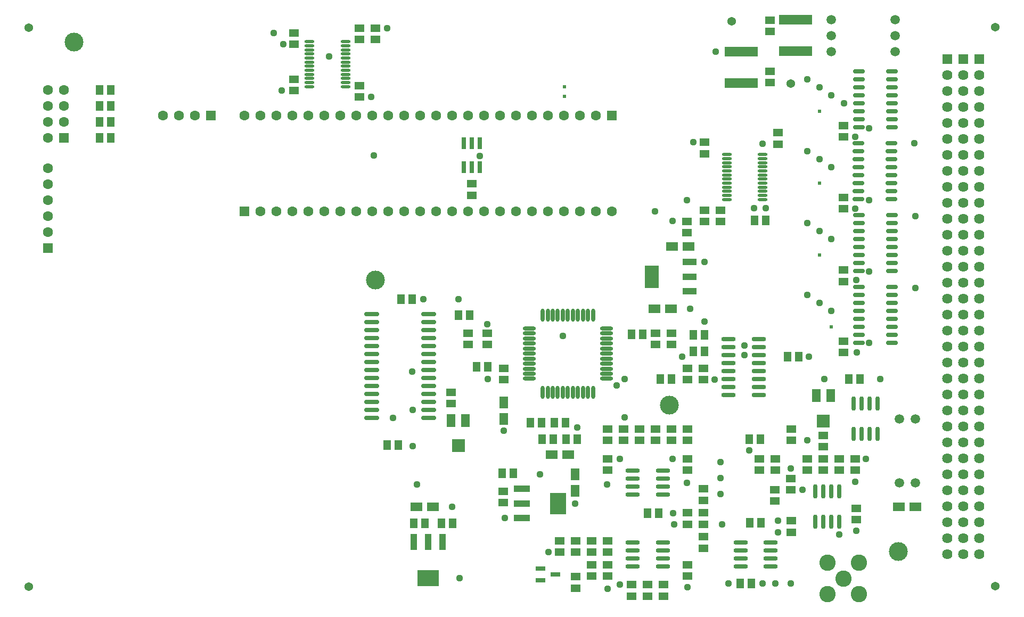
<source format=gts>
G04 Layer_Color=8388736*
%FSLAX25Y25*%
%MOIN*%
G70*
G01*
G75*
%ADD70C,0.11811*%
%ADD71R,0.05518X0.08274*%
%ADD72R,0.08274X0.08274*%
%ADD73R,0.20872X0.05912*%
%ADD74R,0.06187X0.04967*%
%ADD75R,0.07487X0.05715*%
%ADD76O,0.02762X0.09061*%
%ADD77R,0.04967X0.06187*%
%ADD78O,0.09061X0.02762*%
%ADD79R,0.06109X0.02762*%
%ADD80R,0.04337X0.09849*%
%ADD81R,0.13392X0.09849*%
%ADD82R,0.05715X0.07487*%
%ADD83R,0.09061X0.04337*%
%ADD84R,0.09061X0.14179*%
%ADD85O,0.07487X0.02762*%
%ADD86O,0.06305X0.01778*%
%ADD87O,0.09455X0.02762*%
%ADD88O,0.02565X0.08077*%
%ADD89O,0.08077X0.02565*%
%ADD90R,0.02959X0.07487*%
%ADD91C,0.02400*%
%ADD92R,0.09849X0.04337*%
%ADD93R,0.09849X0.13392*%
%ADD94R,0.06305X0.06305*%
%ADD95C,0.06305*%
%ADD96C,0.05912*%
%ADD97C,0.10243*%
%ADD98R,0.06305X0.06305*%
%ADD99C,0.05400*%
%ADD100C,0.06400*%
%ADD101R,0.06400X0.06400*%
%ADD102C,0.04400*%
D70*
X556500Y41900D02*
D03*
X413200Y133400D02*
D03*
X228900Y211700D02*
D03*
X40500Y360800D02*
D03*
D71*
X504972Y139374D02*
D03*
X514028D02*
D03*
X276445Y124000D02*
D03*
X285500D02*
D03*
D72*
X509500Y123626D02*
D03*
X280972Y108252D02*
D03*
D73*
X492000Y374843D02*
D03*
Y355157D02*
D03*
X458000Y354842D02*
D03*
Y335157D02*
D03*
D74*
X476000Y374504D02*
D03*
Y367496D02*
D03*
X529500Y100000D02*
D03*
Y92992D02*
D03*
X509500Y107496D02*
D03*
Y114504D02*
D03*
X519500Y92992D02*
D03*
Y100000D02*
D03*
X509500Y92992D02*
D03*
Y100000D02*
D03*
X499500Y92992D02*
D03*
Y100000D02*
D03*
X479500Y92992D02*
D03*
Y100000D02*
D03*
X469500Y92992D02*
D03*
Y100000D02*
D03*
X489000Y80496D02*
D03*
Y87504D02*
D03*
X479000Y73496D02*
D03*
Y80504D02*
D03*
X434500Y58996D02*
D03*
Y66004D02*
D03*
Y51004D02*
D03*
Y43996D02*
D03*
X424500Y33504D02*
D03*
Y26496D02*
D03*
X389500Y13996D02*
D03*
Y21004D02*
D03*
X399500Y13996D02*
D03*
Y21004D02*
D03*
X409500Y13996D02*
D03*
Y21004D02*
D03*
X374500Y26496D02*
D03*
Y33504D02*
D03*
X364500D02*
D03*
Y26496D02*
D03*
X354500Y26004D02*
D03*
Y18996D02*
D03*
X287000Y171496D02*
D03*
Y178504D02*
D03*
X298890Y171496D02*
D03*
Y178504D02*
D03*
X374500Y118504D02*
D03*
Y111496D02*
D03*
X384500D02*
D03*
Y118504D02*
D03*
X394500Y111496D02*
D03*
Y118504D02*
D03*
X404500Y111496D02*
D03*
Y118504D02*
D03*
X414500D02*
D03*
Y111496D02*
D03*
X424500Y111496D02*
D03*
Y118504D02*
D03*
Y92992D02*
D03*
Y100000D02*
D03*
X374500Y100000D02*
D03*
Y92992D02*
D03*
X414500Y171496D02*
D03*
Y178504D02*
D03*
X404500Y171496D02*
D03*
Y178504D02*
D03*
X434500Y149390D02*
D03*
Y156398D02*
D03*
X424500Y149390D02*
D03*
Y156398D02*
D03*
X522000Y173504D02*
D03*
Y166496D02*
D03*
X435000Y255504D02*
D03*
Y248496D02*
D03*
X424000Y241496D02*
D03*
Y248504D02*
D03*
X229000Y362496D02*
D03*
Y369504D02*
D03*
X219000Y362496D02*
D03*
Y369504D02*
D03*
Y333504D02*
D03*
Y326496D02*
D03*
X424500Y58996D02*
D03*
Y66004D02*
D03*
X489500Y53996D02*
D03*
Y61004D02*
D03*
X530000Y69000D02*
D03*
Y61992D02*
D03*
X476000Y342504D02*
D03*
Y335496D02*
D03*
X178000Y366504D02*
D03*
Y359496D02*
D03*
X445000Y255504D02*
D03*
Y248496D02*
D03*
X309500Y149390D02*
D03*
Y156398D02*
D03*
X481000Y297000D02*
D03*
Y304008D02*
D03*
X435000Y298008D02*
D03*
Y291000D02*
D03*
X489500Y118504D02*
D03*
Y111496D02*
D03*
X434500Y73996D02*
D03*
Y81004D02*
D03*
X276500Y141504D02*
D03*
Y134496D02*
D03*
X289500Y272004D02*
D03*
Y264996D02*
D03*
X344500Y41496D02*
D03*
Y48504D02*
D03*
X354500D02*
D03*
Y41496D02*
D03*
X364500D02*
D03*
Y48504D02*
D03*
X374500Y41496D02*
D03*
Y48504D02*
D03*
X178000Y330496D02*
D03*
Y337504D02*
D03*
X522000Y308504D02*
D03*
Y301496D02*
D03*
Y263504D02*
D03*
Y256496D02*
D03*
Y218008D02*
D03*
Y211000D02*
D03*
X309000Y72496D02*
D03*
Y79504D02*
D03*
D75*
X567158Y70000D02*
D03*
X556843D02*
D03*
X349658Y102500D02*
D03*
X339342D02*
D03*
X414843Y233000D02*
D03*
X425157D02*
D03*
X254842Y70000D02*
D03*
X265158D02*
D03*
X414157Y194000D02*
D03*
X403842D02*
D03*
D76*
X528500Y115551D02*
D03*
X533500D02*
D03*
X538500D02*
D03*
X543500D02*
D03*
X528500Y134449D02*
D03*
X533500D02*
D03*
X538500D02*
D03*
X543500D02*
D03*
X504500Y60551D02*
D03*
X509500D02*
D03*
X514500D02*
D03*
X519500D02*
D03*
X504500Y79449D02*
D03*
X509500D02*
D03*
X514500D02*
D03*
X519500D02*
D03*
D77*
X457496Y22000D02*
D03*
X464504D02*
D03*
X277504Y59606D02*
D03*
X270496D02*
D03*
X260000D02*
D03*
X252992D02*
D03*
X280996Y190000D02*
D03*
X288004D02*
D03*
X292492Y157500D02*
D03*
X299500D02*
D03*
X355504Y112106D02*
D03*
X348496D02*
D03*
X333496Y112106D02*
D03*
X340504D02*
D03*
X389496Y178000D02*
D03*
X396504D02*
D03*
X428102Y167106D02*
D03*
X435110D02*
D03*
X435110Y177500D02*
D03*
X428102D02*
D03*
X473504Y249106D02*
D03*
X466496D02*
D03*
X63504Y301000D02*
D03*
X56496D02*
D03*
Y311000D02*
D03*
X63504D02*
D03*
Y331000D02*
D03*
X56496D02*
D03*
X63504Y321000D02*
D03*
X56496D02*
D03*
X487000Y164000D02*
D03*
X494008D02*
D03*
X532508Y150000D02*
D03*
X525500D02*
D03*
X348004Y122500D02*
D03*
X340996D02*
D03*
X236496Y108583D02*
D03*
X243504D02*
D03*
X252000Y200000D02*
D03*
X244992D02*
D03*
X308496Y91000D02*
D03*
X315504D02*
D03*
X470110Y112106D02*
D03*
X463102D02*
D03*
X414500Y150000D02*
D03*
X407492D02*
D03*
X325996Y122500D02*
D03*
X333004D02*
D03*
X470504Y60000D02*
D03*
X463496D02*
D03*
X399496Y66000D02*
D03*
X406504D02*
D03*
D78*
X476449Y32500D02*
D03*
Y37500D02*
D03*
Y42500D02*
D03*
Y47500D02*
D03*
X457551Y32500D02*
D03*
Y37500D02*
D03*
Y42500D02*
D03*
Y47500D02*
D03*
X408949Y32500D02*
D03*
Y37500D02*
D03*
Y42500D02*
D03*
Y47500D02*
D03*
X390051Y32500D02*
D03*
Y37500D02*
D03*
Y42500D02*
D03*
Y47500D02*
D03*
X450051Y175000D02*
D03*
Y170000D02*
D03*
Y165000D02*
D03*
Y160000D02*
D03*
Y155000D02*
D03*
Y150000D02*
D03*
Y145000D02*
D03*
Y140000D02*
D03*
X468949Y175000D02*
D03*
Y170000D02*
D03*
Y165000D02*
D03*
Y160000D02*
D03*
Y155000D02*
D03*
Y150000D02*
D03*
Y145000D02*
D03*
Y140000D02*
D03*
X408949Y77500D02*
D03*
Y82500D02*
D03*
Y87500D02*
D03*
X390051Y77500D02*
D03*
Y82500D02*
D03*
Y87500D02*
D03*
X408949Y92500D02*
D03*
X390051D02*
D03*
D79*
X341626Y27500D02*
D03*
X332374Y23760D02*
D03*
Y31240D02*
D03*
D80*
X271055Y48000D02*
D03*
X262000D02*
D03*
X252945D02*
D03*
D81*
X262000Y25165D02*
D03*
D82*
X309500Y135158D02*
D03*
Y124843D02*
D03*
X354000Y90158D02*
D03*
Y79843D02*
D03*
D83*
X425811Y204945D02*
D03*
Y214000D02*
D03*
Y223055D02*
D03*
D84*
X402189Y214000D02*
D03*
D85*
X552236Y172500D02*
D03*
Y177500D02*
D03*
Y182500D02*
D03*
Y187500D02*
D03*
Y192500D02*
D03*
Y197500D02*
D03*
Y202500D02*
D03*
Y207500D02*
D03*
X531764Y172500D02*
D03*
Y177500D02*
D03*
Y182500D02*
D03*
Y187500D02*
D03*
Y192500D02*
D03*
Y197500D02*
D03*
Y202500D02*
D03*
Y207500D02*
D03*
X552236Y217500D02*
D03*
Y222500D02*
D03*
Y227500D02*
D03*
Y232500D02*
D03*
Y237500D02*
D03*
Y242500D02*
D03*
Y247500D02*
D03*
Y252500D02*
D03*
X531764Y217500D02*
D03*
Y222500D02*
D03*
Y227500D02*
D03*
Y232500D02*
D03*
Y237500D02*
D03*
Y242500D02*
D03*
Y247500D02*
D03*
Y252500D02*
D03*
X552000Y262500D02*
D03*
Y267500D02*
D03*
Y272500D02*
D03*
Y277500D02*
D03*
Y282500D02*
D03*
Y287500D02*
D03*
Y292500D02*
D03*
Y297500D02*
D03*
X531528Y262500D02*
D03*
Y267500D02*
D03*
Y272500D02*
D03*
Y277500D02*
D03*
Y282500D02*
D03*
Y287500D02*
D03*
Y292500D02*
D03*
Y297500D02*
D03*
X552236Y307500D02*
D03*
Y312500D02*
D03*
Y317500D02*
D03*
Y322500D02*
D03*
Y327500D02*
D03*
Y332500D02*
D03*
Y337500D02*
D03*
Y342500D02*
D03*
X531764Y307500D02*
D03*
Y312500D02*
D03*
Y317500D02*
D03*
Y322500D02*
D03*
Y327500D02*
D03*
Y332500D02*
D03*
Y337500D02*
D03*
Y342500D02*
D03*
D86*
X187779Y361075D02*
D03*
Y358516D02*
D03*
Y355957D02*
D03*
Y353398D02*
D03*
Y350839D02*
D03*
Y348280D02*
D03*
Y345721D02*
D03*
Y343161D02*
D03*
Y340602D02*
D03*
Y338043D02*
D03*
Y335484D02*
D03*
Y332925D02*
D03*
X210221Y361075D02*
D03*
Y358516D02*
D03*
Y355957D02*
D03*
Y353398D02*
D03*
Y350839D02*
D03*
Y348280D02*
D03*
Y345721D02*
D03*
Y343161D02*
D03*
Y340602D02*
D03*
Y338043D02*
D03*
Y335484D02*
D03*
Y332925D02*
D03*
X471320Y262225D02*
D03*
Y264784D02*
D03*
Y267343D02*
D03*
Y269902D02*
D03*
Y272461D02*
D03*
Y275021D02*
D03*
Y277579D02*
D03*
Y280139D02*
D03*
Y282698D02*
D03*
Y285257D02*
D03*
Y287816D02*
D03*
Y290375D02*
D03*
X448879Y262225D02*
D03*
Y264784D02*
D03*
Y267343D02*
D03*
Y269902D02*
D03*
Y272461D02*
D03*
Y275021D02*
D03*
Y277579D02*
D03*
Y280139D02*
D03*
Y282698D02*
D03*
Y285257D02*
D03*
Y287816D02*
D03*
Y290375D02*
D03*
D87*
X226587Y190571D02*
D03*
Y185571D02*
D03*
Y180571D02*
D03*
Y175571D02*
D03*
Y170571D02*
D03*
Y165571D02*
D03*
Y160571D02*
D03*
Y155571D02*
D03*
Y150571D02*
D03*
Y145571D02*
D03*
Y140571D02*
D03*
Y135571D02*
D03*
Y130571D02*
D03*
Y125571D02*
D03*
X262413Y190571D02*
D03*
Y185571D02*
D03*
Y180571D02*
D03*
Y175571D02*
D03*
X262413Y170571D02*
D03*
X262413Y165571D02*
D03*
Y160571D02*
D03*
Y155571D02*
D03*
Y150571D02*
D03*
X262413Y145571D02*
D03*
X262413Y140571D02*
D03*
Y135571D02*
D03*
Y130571D02*
D03*
Y125571D02*
D03*
D88*
X365248Y141555D02*
D03*
X362098Y141555D02*
D03*
X358949D02*
D03*
X355799D02*
D03*
X352650Y141555D02*
D03*
X349500D02*
D03*
X346350Y141555D02*
D03*
X343201D02*
D03*
X340051D02*
D03*
X336902D02*
D03*
X333752Y141555D02*
D03*
Y189980D02*
D03*
X336902Y189980D02*
D03*
X340051D02*
D03*
X343201D02*
D03*
X346350D02*
D03*
X349500Y189980D02*
D03*
X352650D02*
D03*
X355799Y189980D02*
D03*
X358949D02*
D03*
X362098D02*
D03*
X365248Y189980D02*
D03*
D89*
X325287Y150020D02*
D03*
X325287Y153169D02*
D03*
Y156319D02*
D03*
Y159468D02*
D03*
X325287Y162618D02*
D03*
Y165768D02*
D03*
X325287Y168917D02*
D03*
Y172067D02*
D03*
Y175216D02*
D03*
Y178366D02*
D03*
X325287Y181516D02*
D03*
X373713D02*
D03*
X373713Y178366D02*
D03*
Y175216D02*
D03*
Y172067D02*
D03*
Y168917D02*
D03*
X373713Y165768D02*
D03*
Y162618D02*
D03*
X373713Y159468D02*
D03*
Y156319D02*
D03*
Y153169D02*
D03*
X373713Y150020D02*
D03*
D90*
X294500Y297480D02*
D03*
X289500D02*
D03*
X284500D02*
D03*
X294500Y282520D02*
D03*
X289500D02*
D03*
X284500D02*
D03*
D91*
X507000Y317500D02*
D03*
Y272500D02*
D03*
Y227500D02*
D03*
X514500Y182500D02*
D03*
X347500Y333000D02*
D03*
Y327000D02*
D03*
D92*
X320583Y81055D02*
D03*
Y72000D02*
D03*
Y62945D02*
D03*
D93*
X343417Y72000D02*
D03*
D94*
X34000Y301000D02*
D03*
X24000Y232000D02*
D03*
D95*
Y301000D02*
D03*
X34000Y311000D02*
D03*
X24000D02*
D03*
X34000Y321000D02*
D03*
X24000D02*
D03*
X34000Y331000D02*
D03*
X24000D02*
D03*
Y242000D02*
D03*
Y252000D02*
D03*
Y262000D02*
D03*
Y272000D02*
D03*
Y282000D02*
D03*
X377000Y255000D02*
D03*
X367000D02*
D03*
X357000D02*
D03*
X347000D02*
D03*
X337000D02*
D03*
X327000D02*
D03*
X317000D02*
D03*
X307000D02*
D03*
X297000D02*
D03*
X287000D02*
D03*
X277000D02*
D03*
X267000D02*
D03*
X257000D02*
D03*
X247000D02*
D03*
X237000D02*
D03*
X227000D02*
D03*
X217000D02*
D03*
X207000D02*
D03*
X197000D02*
D03*
X187000D02*
D03*
X177000D02*
D03*
X167000D02*
D03*
X157000D02*
D03*
X147000Y315000D02*
D03*
X157000D02*
D03*
X167000D02*
D03*
X177000D02*
D03*
X187000D02*
D03*
X197000D02*
D03*
X207000D02*
D03*
X217000D02*
D03*
X227000D02*
D03*
X237000D02*
D03*
X247000D02*
D03*
X257000D02*
D03*
X267000D02*
D03*
X277000D02*
D03*
X287000D02*
D03*
X297000D02*
D03*
X307000D02*
D03*
X317000D02*
D03*
X327000D02*
D03*
X337000D02*
D03*
X347000D02*
D03*
X357000D02*
D03*
X367000D02*
D03*
X96000D02*
D03*
X106000D02*
D03*
X116000D02*
D03*
D96*
X554500Y355000D02*
D03*
X514500D02*
D03*
X554500Y365000D02*
D03*
X514500D02*
D03*
X554500Y375000D02*
D03*
X514500D02*
D03*
X557000Y85000D02*
D03*
Y125000D02*
D03*
X567000Y85000D02*
D03*
Y125000D02*
D03*
D97*
X522000Y25000D02*
D03*
X512157Y15157D02*
D03*
X531843D02*
D03*
Y34843D02*
D03*
X512157D02*
D03*
D98*
X147000Y255000D02*
D03*
X377000Y315000D02*
D03*
X126000D02*
D03*
D99*
X617000Y20200D02*
D03*
Y370200D02*
D03*
X12000Y370000D02*
D03*
Y20000D02*
D03*
X452000Y374000D02*
D03*
X489000Y335000D02*
D03*
D100*
X607000Y340200D02*
D03*
Y330200D02*
D03*
Y320200D02*
D03*
Y310200D02*
D03*
Y300200D02*
D03*
Y290200D02*
D03*
Y280200D02*
D03*
Y270200D02*
D03*
Y260200D02*
D03*
Y250200D02*
D03*
Y240200D02*
D03*
Y230200D02*
D03*
Y220200D02*
D03*
Y210200D02*
D03*
Y200200D02*
D03*
Y190200D02*
D03*
Y180200D02*
D03*
Y170200D02*
D03*
Y160200D02*
D03*
Y150200D02*
D03*
Y140200D02*
D03*
Y130200D02*
D03*
Y120200D02*
D03*
Y110200D02*
D03*
Y100200D02*
D03*
Y90200D02*
D03*
Y80200D02*
D03*
Y70200D02*
D03*
Y60200D02*
D03*
Y50200D02*
D03*
Y40200D02*
D03*
X597000D02*
D03*
X587000D02*
D03*
X597000Y50200D02*
D03*
X587000D02*
D03*
X597000Y60200D02*
D03*
X587000D02*
D03*
X597000Y70200D02*
D03*
X587000D02*
D03*
X597000Y80200D02*
D03*
Y90200D02*
D03*
Y100200D02*
D03*
X587000D02*
D03*
Y90200D02*
D03*
Y80200D02*
D03*
X597000Y340200D02*
D03*
Y330200D02*
D03*
X587000Y340200D02*
D03*
Y330200D02*
D03*
X597000Y320200D02*
D03*
Y310200D02*
D03*
Y300200D02*
D03*
Y290200D02*
D03*
X587000Y320200D02*
D03*
Y310200D02*
D03*
Y300200D02*
D03*
Y290200D02*
D03*
Y280200D02*
D03*
Y270200D02*
D03*
Y260200D02*
D03*
Y250200D02*
D03*
X597000Y280200D02*
D03*
Y270200D02*
D03*
Y260200D02*
D03*
Y250200D02*
D03*
Y240200D02*
D03*
Y230200D02*
D03*
Y220200D02*
D03*
Y210200D02*
D03*
Y200200D02*
D03*
X587000Y240200D02*
D03*
Y230200D02*
D03*
Y220200D02*
D03*
Y210200D02*
D03*
Y200200D02*
D03*
Y190200D02*
D03*
Y180200D02*
D03*
Y170200D02*
D03*
Y160200D02*
D03*
Y150200D02*
D03*
X597000Y190200D02*
D03*
Y180200D02*
D03*
Y170200D02*
D03*
Y160200D02*
D03*
Y150200D02*
D03*
X587000Y140200D02*
D03*
Y130200D02*
D03*
Y120200D02*
D03*
Y110200D02*
D03*
X597000Y140200D02*
D03*
Y130200D02*
D03*
Y120200D02*
D03*
Y110200D02*
D03*
D101*
Y350200D02*
D03*
X607000D02*
D03*
X587000D02*
D03*
D102*
X545000Y150000D02*
D03*
X500500Y164000D02*
D03*
X471500Y22000D02*
D03*
X479500D02*
D03*
X346500Y177000D02*
D03*
X259000Y200000D02*
D03*
X252429Y130571D02*
D03*
X252000Y154500D02*
D03*
X252500Y108000D02*
D03*
X240071Y125571D02*
D03*
X294500Y289500D02*
D03*
X228000Y290000D02*
D03*
X165504Y366504D02*
D03*
X171496Y359496D02*
D03*
X428008Y298008D02*
D03*
X280996Y200000D02*
D03*
X299500Y150000D02*
D03*
X442158Y354842D02*
D03*
X460000Y165000D02*
D03*
Y171000D02*
D03*
X445000Y78000D02*
D03*
Y98000D02*
D03*
X310055Y62945D02*
D03*
X536000Y100000D02*
D03*
X519500Y52500D02*
D03*
X481004Y53996D02*
D03*
X416004Y58996D02*
D03*
X489000Y22000D02*
D03*
X510000Y150000D02*
D03*
X489000Y94000D02*
D03*
X496496Y80496D02*
D03*
X499500Y111500D02*
D03*
X281835Y25165D02*
D03*
X382004Y21004D02*
D03*
X424000Y262000D02*
D03*
X415000Y249000D02*
D03*
X404000Y255000D02*
D03*
X380000Y146000D02*
D03*
X473504Y257000D02*
D03*
X466000D02*
D03*
X255000Y84000D02*
D03*
X374000D02*
D03*
X424000Y85000D02*
D03*
X277008Y70000D02*
D03*
X354000Y72000D02*
D03*
X332000Y90158D02*
D03*
X435110Y185890D02*
D03*
X298890Y184110D02*
D03*
X426000Y194000D02*
D03*
X434945Y223055D02*
D03*
X567000Y252000D02*
D03*
X566500Y297500D02*
D03*
X522500Y322500D02*
D03*
X567000Y207000D02*
D03*
X538000Y217250D02*
D03*
Y262000D02*
D03*
Y307000D02*
D03*
Y172500D02*
D03*
X514500Y237500D02*
D03*
X471320Y297321D02*
D03*
X463102Y105102D02*
D03*
X529500Y85500D02*
D03*
X421000Y164000D02*
D03*
X441390Y149390D02*
D03*
X415000Y100000D02*
D03*
X385000Y126000D02*
D03*
Y150000D02*
D03*
X445996Y58996D02*
D03*
X415500Y66000D02*
D03*
X309500Y117500D02*
D03*
X355504Y119504D02*
D03*
X382000Y100000D02*
D03*
X337496Y41496D02*
D03*
X374500Y18500D02*
D03*
X424500Y19500D02*
D03*
X450000Y22000D02*
D03*
X481004Y61004D02*
D03*
X530000Y55000D02*
D03*
X530496Y166496D02*
D03*
X530000Y212000D02*
D03*
X529504Y256496D02*
D03*
X529496Y301496D02*
D03*
X514500Y327500D02*
D03*
Y192500D02*
D03*
Y282500D02*
D03*
X507000Y332500D02*
D03*
Y197500D02*
D03*
Y242500D02*
D03*
Y287500D02*
D03*
X499500Y337500D02*
D03*
Y202500D02*
D03*
Y292500D02*
D03*
Y247500D02*
D03*
X170504Y330496D02*
D03*
X236504Y369504D02*
D03*
X200000Y352000D02*
D03*
X226504Y326496D02*
D03*
X445000Y88000D02*
D03*
M02*

</source>
